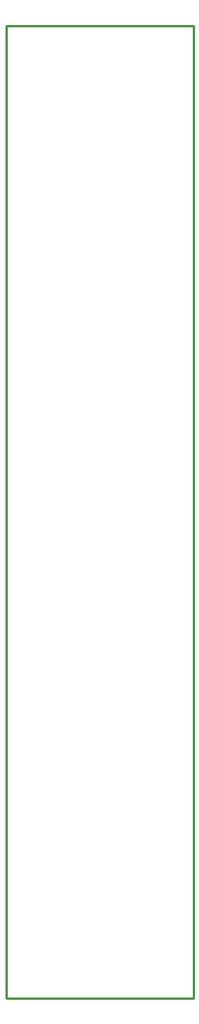
<source format=gko>
G04 Layer_Color=16711935*
%FSLAX25Y25*%
%MOIN*%
G70*
G01*
G75*
%ADD10C,0.01000*%
D10*
X210000Y698500D02*
X290000D01*
Y283000D02*
Y698500D01*
X210000Y283000D02*
Y698500D01*
Y283000D02*
X290000D01*
M02*

</source>
